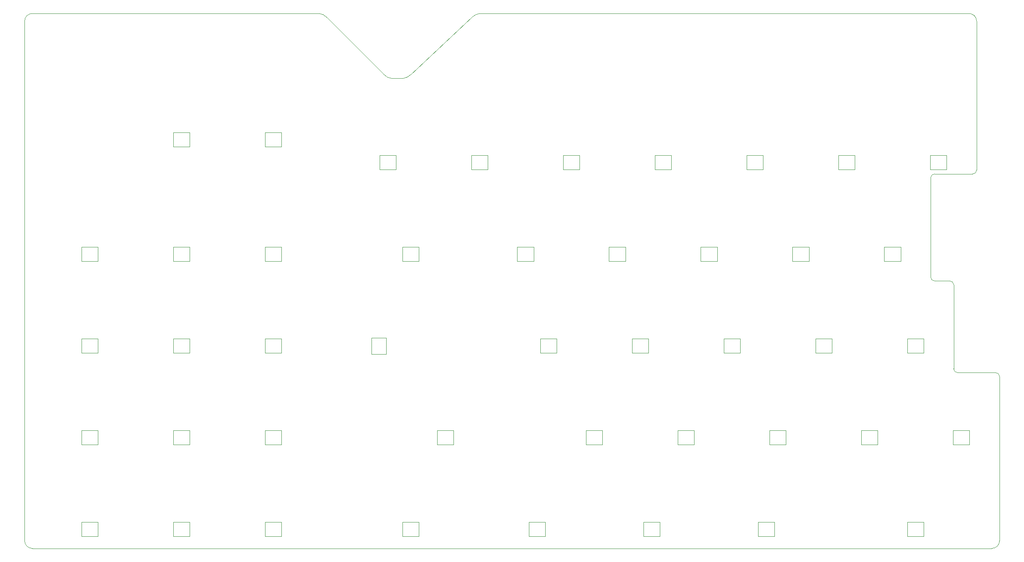
<source format=gbr>
%TF.GenerationSoftware,KiCad,Pcbnew,(6.0.5)*%
%TF.CreationDate,2022-07-29T20:42:53-06:00*%
%TF.ProjectId,kb,6b622e6b-6963-4616-945f-706362585858,rev?*%
%TF.SameCoordinates,Original*%
%TF.FileFunction,Profile,NP*%
%FSLAX46Y46*%
G04 Gerber Fmt 4.6, Leading zero omitted, Abs format (unit mm)*
G04 Created by KiCad (PCBNEW (6.0.5)) date 2022-07-29 20:42:53*
%MOMM*%
%LPD*%
G01*
G04 APERTURE LIST*
%TA.AperFunction,Profile*%
%ADD10C,0.100000*%
%TD*%
%TA.AperFunction,Profile*%
%ADD11C,0.120000*%
%TD*%
G04 APERTURE END LIST*
D10*
X118268751Y-46037507D02*
G75*
G03*
X116681250Y-46831250I466249J-2916893D01*
G01*
X102393751Y-59531257D02*
G75*
G03*
X103981250Y-58737500I-342451J2669257D01*
G01*
X118268750Y-46037500D02*
X219868750Y-46037500D01*
X212725000Y-79375000D02*
X220662500Y-79375000D01*
X23812500Y-47625000D02*
X23812500Y-155575000D01*
X25400000Y-46037500D02*
G75*
G03*
X23812500Y-47625000I0J-1587500D01*
G01*
X86518750Y-46831250D02*
X98425000Y-58737500D01*
X103981250Y-58737500D02*
X116681250Y-46831250D01*
X100012500Y-59531250D02*
X102393750Y-59531250D01*
X225425000Y-120650000D02*
X217487500Y-120650000D01*
X215900000Y-101600000D02*
X212725000Y-101600000D01*
X221456250Y-78581250D02*
X221456250Y-47625000D01*
X226218750Y-155575000D02*
X226218750Y-121443750D01*
X211931250Y-100806250D02*
X211931250Y-80168750D01*
X84931250Y-46037500D02*
X25400000Y-46037500D01*
X98425006Y-58737495D02*
G75*
G03*
X100012500Y-59531250I1770094J1555795D01*
G01*
X226218800Y-121443750D02*
G75*
G03*
X225425000Y-120650000I-793800J-50D01*
G01*
X212725000Y-79375050D02*
G75*
G03*
X211931250Y-80168750I0J-793750D01*
G01*
X216693700Y-119856250D02*
G75*
G03*
X217487500Y-120650000I793800J50D01*
G01*
X220662500Y-79374950D02*
G75*
G03*
X221456250Y-78581250I0J793750D01*
G01*
X224631250Y-157162500D02*
X25400000Y-157162500D01*
X211931200Y-100806250D02*
G75*
G03*
X212725000Y-101600000I793800J50D01*
G01*
X216693750Y-119856250D02*
X216693750Y-102393750D01*
X86518756Y-46831245D02*
G75*
G03*
X84931250Y-46037500I-1821256J-1658155D01*
G01*
X224631250Y-157162550D02*
G75*
G03*
X226218750Y-155575000I-50J1587550D01*
G01*
X23812500Y-155575000D02*
G75*
G03*
X25400000Y-157162500I1587500J0D01*
G01*
X216693800Y-102393750D02*
G75*
G03*
X215900000Y-101600000I-793800J-50D01*
G01*
X221456300Y-47625000D02*
G75*
G03*
X219868750Y-46037500I-1587600J-100D01*
G01*
D11*
%TO.C,D110*%
X58056250Y-94543750D02*
X54656250Y-94543750D01*
X54656250Y-94543750D02*
X54656250Y-97543750D01*
X54656250Y-97543750D02*
X58056250Y-97543750D01*
X58056250Y-97543750D02*
X58056250Y-94543750D01*
%TO.C,D138*%
X77106250Y-151693750D02*
X73706250Y-151693750D01*
X77106250Y-154693750D02*
X77106250Y-151693750D01*
X73706250Y-151693750D02*
X73706250Y-154693750D01*
X73706250Y-154693750D02*
X77106250Y-154693750D01*
%TO.C,D101*%
X58056250Y-70731250D02*
X54656250Y-70731250D01*
X54656250Y-70731250D02*
X54656250Y-73731250D01*
X54656250Y-73731250D02*
X58056250Y-73731250D01*
X58056250Y-73731250D02*
X58056250Y-70731250D01*
%TO.C,D130*%
X109425000Y-135643750D02*
X112825000Y-135643750D01*
X112825000Y-135643750D02*
X112825000Y-132643750D01*
X112825000Y-132643750D02*
X109425000Y-132643750D01*
X109425000Y-132643750D02*
X109425000Y-135643750D01*
%TO.C,D117*%
X202293750Y-97543750D02*
X205693750Y-97543750D01*
X205693750Y-94543750D02*
X202293750Y-94543750D01*
X202293750Y-94543750D02*
X202293750Y-97543750D01*
X205693750Y-97543750D02*
X205693750Y-94543750D01*
%TO.C,D144*%
X211818750Y-75493750D02*
X211818750Y-78493750D01*
X211818750Y-78493750D02*
X215218750Y-78493750D01*
X215218750Y-78493750D02*
X215218750Y-75493750D01*
X215218750Y-75493750D02*
X211818750Y-75493750D01*
%TO.C,D106*%
X154668750Y-78493750D02*
X158068750Y-78493750D01*
X158068750Y-75493750D02*
X154668750Y-75493750D01*
X158068750Y-78493750D02*
X158068750Y-75493750D01*
X154668750Y-75493750D02*
X154668750Y-78493750D01*
%TO.C,D137*%
X54656250Y-151693750D02*
X54656250Y-154693750D01*
X58056250Y-151693750D02*
X54656250Y-151693750D01*
X58056250Y-154693750D02*
X58056250Y-151693750D01*
X54656250Y-154693750D02*
X58056250Y-154693750D01*
%TO.C,D128*%
X54656250Y-135643750D02*
X58056250Y-135643750D01*
X58056250Y-135643750D02*
X58056250Y-132643750D01*
X54656250Y-132643750D02*
X54656250Y-135643750D01*
X58056250Y-132643750D02*
X54656250Y-132643750D01*
%TO.C,D136*%
X35606250Y-151693750D02*
X35606250Y-154693750D01*
X39006250Y-151693750D02*
X35606250Y-151693750D01*
X39006250Y-154693750D02*
X39006250Y-151693750D01*
X35606250Y-154693750D02*
X39006250Y-154693750D01*
%TO.C,D109*%
X39006250Y-94543750D02*
X35606250Y-94543750D01*
X35606250Y-97543750D02*
X39006250Y-97543750D01*
X39006250Y-97543750D02*
X39006250Y-94543750D01*
X35606250Y-94543750D02*
X35606250Y-97543750D01*
%TO.C,D127*%
X35606250Y-135643750D02*
X39006250Y-135643750D01*
X39006250Y-132643750D02*
X35606250Y-132643750D01*
X35606250Y-132643750D02*
X35606250Y-135643750D01*
X39006250Y-135643750D02*
X39006250Y-132643750D01*
%TO.C,D119*%
X54656250Y-113593750D02*
X54656250Y-116593750D01*
X58056250Y-116593750D02*
X58056250Y-113593750D01*
X54656250Y-116593750D02*
X58056250Y-116593750D01*
X58056250Y-113593750D02*
X54656250Y-113593750D01*
%TO.C,D104*%
X119968750Y-75493750D02*
X116568750Y-75493750D01*
X116568750Y-78493750D02*
X119968750Y-78493750D01*
X116568750Y-75493750D02*
X116568750Y-78493750D01*
X119968750Y-78493750D02*
X119968750Y-75493750D01*
%TO.C,D114*%
X148543750Y-94543750D02*
X145143750Y-94543750D01*
X145143750Y-94543750D02*
X145143750Y-97543750D01*
X148543750Y-97543750D02*
X148543750Y-94543750D01*
X145143750Y-97543750D02*
X148543750Y-97543750D01*
%TO.C,D132*%
X159431250Y-135643750D02*
X162831250Y-135643750D01*
X162831250Y-132643750D02*
X159431250Y-132643750D01*
X162831250Y-135643750D02*
X162831250Y-132643750D01*
X159431250Y-132643750D02*
X159431250Y-135643750D01*
%TO.C,D108*%
X192768750Y-75493750D02*
X192768750Y-78493750D01*
X192768750Y-78493750D02*
X196168750Y-78493750D01*
X196168750Y-78493750D02*
X196168750Y-75493750D01*
X196168750Y-75493750D02*
X192768750Y-75493750D01*
%TO.C,D121*%
X98854500Y-116793750D02*
X98854500Y-113393750D01*
X98854500Y-113393750D02*
X95854500Y-113393750D01*
X95854500Y-116793750D02*
X98854500Y-116793750D01*
X95854500Y-113393750D02*
X95854500Y-116793750D01*
%TO.C,D112*%
X102281250Y-94543750D02*
X102281250Y-97543750D01*
X102281250Y-97543750D02*
X105681250Y-97543750D01*
X105681250Y-94543750D02*
X102281250Y-94543750D01*
X105681250Y-97543750D02*
X105681250Y-94543750D01*
%TO.C,D105*%
X135618750Y-78493750D02*
X139018750Y-78493750D01*
X139018750Y-75493750D02*
X135618750Y-75493750D01*
X139018750Y-78493750D02*
X139018750Y-75493750D01*
X135618750Y-75493750D02*
X135618750Y-78493750D01*
%TO.C,D125*%
X191406250Y-116593750D02*
X191406250Y-113593750D01*
X191406250Y-113593750D02*
X188006250Y-113593750D01*
X188006250Y-113593750D02*
X188006250Y-116593750D01*
X188006250Y-116593750D02*
X191406250Y-116593750D01*
%TO.C,D139*%
X102281250Y-154693750D02*
X105681250Y-154693750D01*
X102281250Y-151693750D02*
X102281250Y-154693750D01*
X105681250Y-154693750D02*
X105681250Y-151693750D01*
X105681250Y-151693750D02*
X102281250Y-151693750D01*
%TO.C,D113*%
X129493750Y-97543750D02*
X129493750Y-94543750D01*
X129493750Y-94543750D02*
X126093750Y-94543750D01*
X126093750Y-97543750D02*
X129493750Y-97543750D01*
X126093750Y-94543750D02*
X126093750Y-97543750D01*
%TO.C,D131*%
X140381250Y-132643750D02*
X140381250Y-135643750D01*
X143781250Y-132643750D02*
X140381250Y-132643750D01*
X140381250Y-135643750D02*
X143781250Y-135643750D01*
X143781250Y-135643750D02*
X143781250Y-132643750D01*
%TO.C,D135*%
X219981250Y-132643750D02*
X216581250Y-132643750D01*
X216581250Y-135643750D02*
X219981250Y-135643750D01*
X216581250Y-132643750D02*
X216581250Y-135643750D01*
X219981250Y-135643750D02*
X219981250Y-132643750D01*
%TO.C,D120*%
X73706250Y-116593750D02*
X77106250Y-116593750D01*
X73706250Y-113593750D02*
X73706250Y-116593750D01*
X77106250Y-113593750D02*
X73706250Y-113593750D01*
X77106250Y-116593750D02*
X77106250Y-113593750D01*
%TO.C,D143*%
X210456250Y-151693750D02*
X207056250Y-151693750D01*
X210456250Y-154693750D02*
X210456250Y-151693750D01*
X207056250Y-154693750D02*
X210456250Y-154693750D01*
X207056250Y-151693750D02*
X207056250Y-154693750D01*
%TO.C,D141*%
X155687500Y-154693750D02*
X155687500Y-151693750D01*
X152287500Y-154693750D02*
X155687500Y-154693750D01*
X155687500Y-151693750D02*
X152287500Y-151693750D01*
X152287500Y-151693750D02*
X152287500Y-154693750D01*
%TO.C,D126*%
X210456250Y-113593750D02*
X207056250Y-113593750D01*
X207056250Y-113593750D02*
X207056250Y-116593750D01*
X207056250Y-116593750D02*
X210456250Y-116593750D01*
X210456250Y-116593750D02*
X210456250Y-113593750D01*
%TO.C,D134*%
X197531250Y-132643750D02*
X197531250Y-135643750D01*
X197531250Y-135643750D02*
X200931250Y-135643750D01*
X200931250Y-132643750D02*
X197531250Y-132643750D01*
X200931250Y-135643750D02*
X200931250Y-132643750D01*
%TO.C,D116*%
X183243750Y-94543750D02*
X183243750Y-97543750D01*
X183243750Y-97543750D02*
X186643750Y-97543750D01*
X186643750Y-94543750D02*
X183243750Y-94543750D01*
X186643750Y-97543750D02*
X186643750Y-94543750D01*
%TO.C,D140*%
X128475000Y-151693750D02*
X128475000Y-154693750D01*
X131875000Y-154693750D02*
X131875000Y-151693750D01*
X128475000Y-154693750D02*
X131875000Y-154693750D01*
X131875000Y-151693750D02*
X128475000Y-151693750D01*
%TO.C,D124*%
X172356250Y-113593750D02*
X168956250Y-113593750D01*
X168956250Y-113593750D02*
X168956250Y-116593750D01*
X172356250Y-116593750D02*
X172356250Y-113593750D01*
X168956250Y-116593750D02*
X172356250Y-116593750D01*
%TO.C,D102*%
X73706250Y-70731250D02*
X73706250Y-73731250D01*
X77106250Y-73731250D02*
X77106250Y-70731250D01*
X73706250Y-73731250D02*
X77106250Y-73731250D01*
X77106250Y-70731250D02*
X73706250Y-70731250D01*
%TO.C,D123*%
X149906250Y-116593750D02*
X153306250Y-116593750D01*
X149906250Y-113593750D02*
X149906250Y-116593750D01*
X153306250Y-116593750D02*
X153306250Y-113593750D01*
X153306250Y-113593750D02*
X149906250Y-113593750D01*
%TO.C,D103*%
X97518750Y-75493750D02*
X97518750Y-78493750D01*
X100918750Y-78493750D02*
X100918750Y-75493750D01*
X97518750Y-78493750D02*
X100918750Y-78493750D01*
X100918750Y-75493750D02*
X97518750Y-75493750D01*
%TO.C,D142*%
X176100000Y-151693750D02*
X176100000Y-154693750D01*
X179500000Y-151693750D02*
X176100000Y-151693750D01*
X176100000Y-154693750D02*
X179500000Y-154693750D01*
X179500000Y-154693750D02*
X179500000Y-151693750D01*
%TO.C,D111*%
X77106250Y-94543750D02*
X73706250Y-94543750D01*
X77106250Y-97543750D02*
X77106250Y-94543750D01*
X73706250Y-97543750D02*
X77106250Y-97543750D01*
X73706250Y-94543750D02*
X73706250Y-97543750D01*
%TO.C,D118*%
X35606250Y-113593750D02*
X35606250Y-116593750D01*
X39006250Y-116593750D02*
X39006250Y-113593750D01*
X35606250Y-116593750D02*
X39006250Y-116593750D01*
X39006250Y-113593750D02*
X35606250Y-113593750D01*
%TO.C,D133*%
X178481250Y-132643750D02*
X178481250Y-135643750D01*
X178481250Y-135643750D02*
X181881250Y-135643750D01*
X181881250Y-132643750D02*
X178481250Y-132643750D01*
X181881250Y-135643750D02*
X181881250Y-132643750D01*
%TO.C,D107*%
X173718750Y-75493750D02*
X173718750Y-78493750D01*
X177118750Y-75493750D02*
X173718750Y-75493750D01*
X177118750Y-78493750D02*
X177118750Y-75493750D01*
X173718750Y-78493750D02*
X177118750Y-78493750D01*
%TO.C,D115*%
X164193750Y-97543750D02*
X167593750Y-97543750D01*
X167593750Y-94543750D02*
X164193750Y-94543750D01*
X167593750Y-97543750D02*
X167593750Y-94543750D01*
X164193750Y-94543750D02*
X164193750Y-97543750D01*
%TO.C,D122*%
X130856250Y-116593750D02*
X134256250Y-116593750D01*
X134256250Y-113593750D02*
X130856250Y-113593750D01*
X130856250Y-113593750D02*
X130856250Y-116593750D01*
X134256250Y-116593750D02*
X134256250Y-113593750D01*
%TO.C,D129*%
X73706250Y-132643750D02*
X73706250Y-135643750D01*
X77106250Y-135643750D02*
X77106250Y-132643750D01*
X73706250Y-135643750D02*
X77106250Y-135643750D01*
X77106250Y-132643750D02*
X73706250Y-132643750D01*
%TD*%
M02*

</source>
